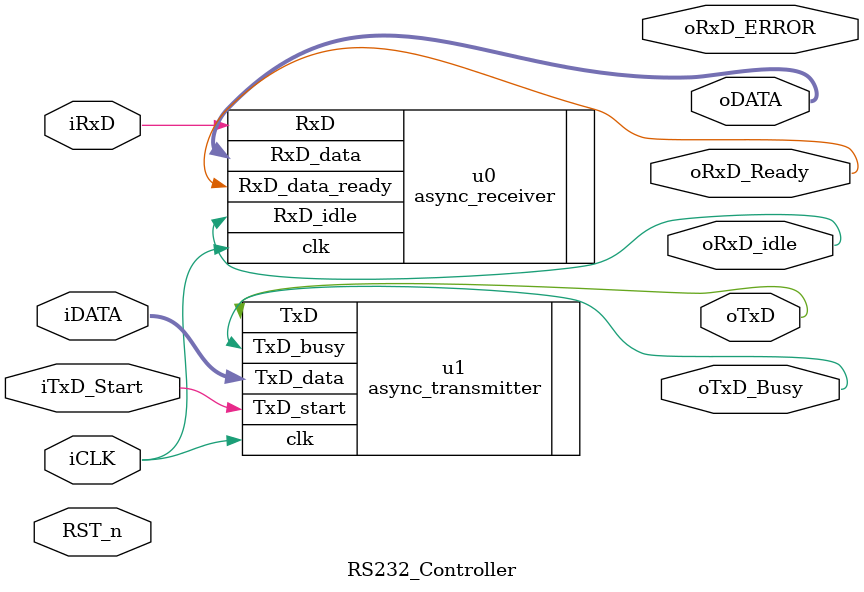
<source format=v>
module RS232_Controller(oDATA,iDATA,oTxD,oTxD_Busy,iTxD_Start,
						iRxD,oRxD_Ready,oRxD_ERROR,oRxD_idle,iCLK,RST_n);
input [7:0] iDATA;
input iTxD_Start,iRxD,iCLK,RST_n;
output [7:0] oDATA;
output oTxD,oTxD_Busy,oRxD_Ready,oRxD_ERROR,oRxD_idle;

async_receiver		u0	(	/*.RST_n(RST_n),*/.clk(iCLK), .RxD(iRxD),
							.RxD_data_ready(oRxD_Ready),/*.RxD_data_error(oRxD_ERROR),*/
						 	.RxD_data(oDATA),.RxD_idle(oRxD_idle));
//serie					u0	(	.n_reset(RST_n),.clk(iCLK), .rx_in(iRxD),
//							.d_rdy(oRxD_Ready),.d_err(oRxD_ERROR),
//						 	.rx_data(oDATA));
async_transmitter	u1	(	/*.RST_n(RST_n),*/.clk(iCLK), .TxD_start(iTxD_Start),
							.TxD_data(iDATA), .TxD(oTxD),
							.TxD_busy(oTxD_Busy));
							
endmodule

</source>
